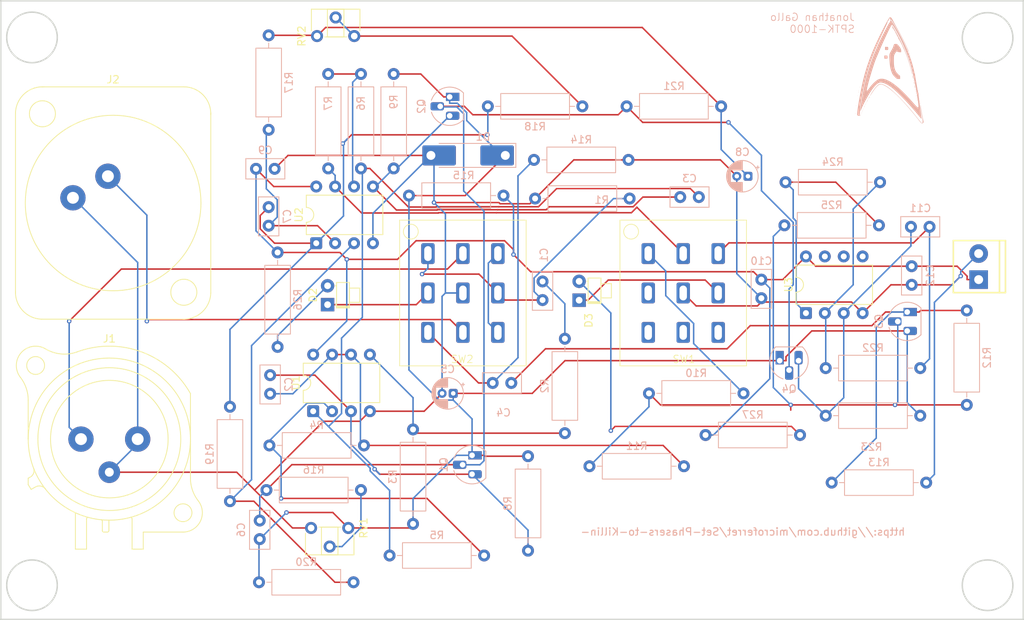
<source format=kicad_pcb>
(kicad_pcb (version 20241229) (generator "pcbnew") (generator_version "9.0")
  (layers (0 "F.Cu" signal) (2 "B.Cu" signal) (13 "F.Paste" user) (15 "B.Paste" user) (5 "F.SilkS" user "F.Silkscreen") (7 "B.SilkS" user "B.Silkscreen") (1 "F.Mask" user) (3 "B.Mask" user) (25 "Edge.Cuts" user))
  (net 0 "")
  (net 1 "PHASER_IN")
  (net 2 "Net-(C1-Pad2)")
  (net 3 "Net-(U1B--)")
  (net 4 "Net-(Q1-S)")
  (net 5 "Net-(Q2-S)")
  (net 6 "Net-(C3-Pad1)")
  (net 7 "Net-(Q3-C)")
  (net 8 "PHASER_OUT")
  (net 9 "GND")
  (net 10 "vref")
  (net 11 "LFO")
  (net 12 "Net-(C7-Pad2)")
  (net 13 "Net-(U2A--)")
  (net 14 "Net-(C8-Pad1)")
  (net 15 "+9V")
  (net 16 "Net-(Q4-S)")
  (net 17 "Stage3")
  (net 18 "Net-(D2-A)")
  (net 19 "Net-(D2-K)")
  (net 20 "Net-(J1-Pad2)")
  (net 21 "Net-(J2-Pad1+)")
  (net 22 "3OUT")
  (net 23 "Net-(U1B-+)")
  (net 24 "Net-(U1A--)")
  (net 25 "Net-(U2B--)")
  (net 26 "Net-(R16-Pad1)")
  (net 27 "Net-(R18-Pad2)")
  (net 28 "Net-(U2A-+)")
  (net 29 "Net-(U3A--)")
  (net 30 "Net-(R24-Pad2)")
  (net 31 "Net-(SW2-Pad3)")
  (net 32 "Net-(D3-A)")
  (net 33 "Net-(D3-K)")
  (net 34 "Net-(R7-Pad2)")
  (net 35 "Net-(R10-Pad1)")
  (footprint "SparkFun-Connector:ScrewTerminal_1x02_P3.5mm_Horizontal_Black" (layer "F.Cu") (at 149.6 144.5 90)
    (property "Reference" "J3")
    (property "Value" "Screw_Terminal_01x02")
  )
  (footprint "SparkFun-Switch:Switch-3PDT" (layer "F.Cu") (at 109.9 146.3 -90)
    (property "Reference" "SW1")
    (property "Value" "~")
  )
  (footprint "LED_THT:LED_D1.8mm_W1.8mm_H2.4mm_Horizontal_O1.27mm_Z1.6mm" (layer "F.Cu") (at 95.915 147.27 90)
    (property "Reference" "D3")
    (property "Value" "LED")
  )
  (footprint "Potentiometer_THT:Potentiometer_ACP_CA6-H2,5_Horizontal" (layer "F.Cu") (at 60.7 111.75 90)
    (property "Reference" "RV2")
    (property "Value" "C500K")
  )
  (footprint "Package_DIP:DIP-8_W7.62mm" (layer "F.Cu") (at 60.18 162.2 90)
    (property "Reference" "U1")
    (property "Value" "TL072")
  )
  (footprint "LED_THT:LED_D1.8mm_W1.8mm_H2.4mm_Horizontal_O1.27mm_Z1.6mm" (layer "F.Cu") (at 62.115 147.87 90)
    (property "Reference" "D2")
    (property "Value" "LED")
  )
  (footprint "Package_DIP:DIP-8_W7.62mm" (layer "F.Cu") (at 126.39 149.005 90)
    (property "Reference" "U3")
    (property "Value" "TL072")
  )
  (footprint "SparkFun-Switch:Switch-3PDT" (layer "F.Cu") (at 80.3 146.3 -90)
    (property "Reference" "SW2")
    (property "Value" "~")
  )
  (footprint "Connector_Audio:Jack_XLR_Neutrik_NC3FAAV_Vertical" (layer "F.Cu") (at 36.6 165.95)
    (property "Reference" "J1")
    (property "Value" "NC3FAAV")
  )
  (footprint "Package_DIP:DIP-8_W7.62mm" (layer "F.Cu") (at 60.59 139.605 90)
    (property "Reference" "U2")
    (property "Value" "TL072")
  )
  (footprint "Potentiometer_THT:Potentiometer_ACP_CA6-H2,5_Horizontal" (layer "F.Cu") (at 64.9 177.9 -90)
    (property "Reference" "RV1")
    (property "Value" "B100K")
  )
  (footprint "Connector_Audio:Jack_speakON_Neutrik_NL2MDXX-V_Vertical" (layer "F.Cu") (at 32.6 130.6)
    (property "Reference" "J2")
    (property "Value" "NL2MDXX-V")
  )
  (footprint "Resistor_THT:R_Axial_DIN0309_L9.0mm_D3.2mm_P12.70mm_Horizontal" (layer "B.Cu") (at 102.55 128.4 180)
    (property "Reference" "R14")
    (property "Value" "150k")
  )
  (footprint "Resistor_THT:R_Axial_DIN0309_L9.0mm_D3.2mm_P12.70mm_Horizontal" (layer "B.Cu") (at 66.6 129.55 90)
    (property "Reference" "R6")
    (property "Value" "10k")
  )
  (footprint "Resistor_THT:R_Axial_DIN0309_L9.0mm_D3.2mm_P12.70mm_Horizontal" (layer "B.Cu") (at 62.2 116.85 -90)
    (property "Reference" "R7")
    (property "Value" "10k")
  )
  (footprint "Package_TO_SOT_THT:TO-92L_HandSolder" (layer "B.Cu") (at 78.52 119.93 -90)
    (property "Reference" "Q2")
    (property "Value" "NJFET")
  )
  (footprint "Resistor_THT:R_Axial_DIN0309_L9.0mm_D3.2mm_P12.70mm_Horizontal" (layer "B.Cu") (at 142.55 171.8 180)
    (property "Reference" "R13")
    (property "Value" "47k")
  )
  (footprint "Resistor_THT:R_Axial_DIN0309_L9.0mm_D3.2mm_P12.70mm_Horizontal" (layer "B.Cu") (at 85.75 133.2 180)
    (property "Reference" "R15")
    (property "Value" "10k")
  )
  (footprint "Resistor_THT:R_Axial_DIN0309_L9.0mm_D3.2mm_P12.70mm_Horizontal" (layer "B.Cu") (at 66.6 172.8 180)
    (property "Reference" "R16")
    (property "Value" "1M")
  )
  (footprint "Resistor_THT:R_Axial_DIN0309_L9.0mm_D3.2mm_P12.70mm_Horizontal" (layer "B.Cu") (at 125.6 165.4 180)
    (property "Reference" "R27")
    (property "Value" "220")
  )
  (footprint "Capacitor_THT:C_Disc_D5.0mm_W2.5mm_P2.50mm" (layer "B.Cu") (at 54.4 159.85 90)
    (property "Reference" "C2")
    (property "Value" "47n")
  )
  (footprint "Resistor_THT:R_Axial_DIN0309_L9.0mm_D3.2mm_P12.70mm_Horizontal" (layer "B.Cu") (at 54.2 124.35 90)
    (property "Reference" "R17")
    (property "Value" "150k")
  )
  (footprint "Resistor_THT:R_Axial_DIN0309_L9.0mm_D3.2mm_P12.70mm_Horizontal" (layer "B.Cu") (at 55.4 153.55 90)
    (property "Reference" "R26")
    (property "Value" "220")
  )
  (footprint "Capacitor_THT:C_Disc_D5.0mm_W2.5mm_P2.50mm" (layer "B.Cu") (at 140.6 145.2 90)
    (property "Reference" "C12")
    (property "Value" "100n")
  )
  (footprint "Capacitor_THT:C_Disc_D5.0mm_W2.5mm_P2.50mm" (layer "B.Cu") (at 53 176.9 -90)
    (property "Reference" "C6")
    (property "Value" "47n")
  )
  (footprint "Resistor_THT:R_Axial_DIN0309_L9.0mm_D3.2mm_P12.70mm_Horizontal" (layer "B.Cu") (at 71 116.85 -90)
    (property "Reference" "R9")
    (property "Value" "10k")
  )
  (footprint "Capacitor_THT:C_Disc_D5.0mm_W2.5mm_P2.50mm" (layer "B.Cu") (at 91 147.25 90)
    (property "Reference" "C1")
    (property "Value" "10n")
  )
  (footprint "Resistor_THT:R_Axial_DIN0309_L9.0mm_D3.2mm_P12.70mm_Horizontal" (layer "B.Cu") (at 136.2 137.2 180)
    (property "Reference" "R25")
    (property "Value" "150k")
  )
  (footprint "Diode_SMD:D_MELF-RM10_Universal_Handsoldering" (layer "B.Cu") (at 81 127.8 180)
    (property "Reference" "D1")
    (property "Value" "5.1V")
  )
  (footprint "Capacitor_THT:C_Disc_D5.0mm_W2.5mm_P2.50mm" (layer "B.Cu") (at 143 137.4 180)
    (property "Reference" "C11")
    (property "Value" "47n")
  )
  (footprint "Capacitor_THT:C_Disc_D5.0mm_W2.5mm_P2.50mm" (layer "B.Cu") (at 55 129.6 180)
    (property "Reference" "C9")
    (property "Value" "100n")
  )
  (footprint "Capacitor_THT:CP_Radial_D4.0mm_P1.50mm" (layer "B.Cu") (at 118.6 130.6 180)
    (property "Reference" "C8")
    (property "Value" "10uF")
  )
  (footprint "Graphics:basstreknew" (layer "B.Cu") (at 137.6 116.4 180)
    (property "Reference" "G***" (hide yes))
    (property "Value" "LOGO" (hide yes))
  )
  (footprint "Resistor_THT:R_Axial_DIN0309_L9.0mm_D3.2mm_P12.70mm_Horizontal" (layer "B.Cu") (at 83.65 121.2)
    (property "Reference" "R18")
    (property "Value" "10k")
  )
  (footprint "Resistor_THT:R_Axial_DIN0309_L9.0mm_D3.2mm_P12.70mm_Horizontal" (layer "B.Cu") (at 89.05 168.25 -90)
    (property "Reference" "R8")
    (property "Value" "10k")
  )
  (footprint "Capacitor_THT:CP_Radial_D4.0mm_P1.50mm" (layer "B.Cu") (at 79 159.8 180)
    (property "Reference" "C5")
    (property "Value" "47uF")
  )
  (footprint "Capacitor_THT:C_Disc_D5.0mm_W2.5mm_P2.50mm" (layer "B.Cu") (at 120.4 147 90)
    (property "Reference" "C10")
    (property "Value" "100n")
  )
  (footprint "Resistor_THT:R_Axial_DIN0309_L9.0mm_D3.2mm_P12.70mm_Horizontal" (layer "B.Cu") (at 83.15 181.6 180)
    (property "Reference" "R5")
    (property "Value" "10k")
  )
  (footprint "Capacitor_THT:C_Disc_D5.0mm_W2.5mm_P2.50mm" (layer "B.Cu") (at 54.2 137.25 90)
    (property "Reference" "C7")
    (property "Value" "10n")
  )
  (footprint "Resistor_THT:R_Axial_DIN0309_L9.0mm_D3.2mm_P12.70mm_Horizontal" (layer "B.Cu") (at 110 169.6 180)
    (property "Reference" "R11")
    (property "Value" "150k")
  )
  (footprint "Resistor_THT:R_Axial_DIN0309_L9.0mm_D3.2mm_P12.70mm_Horizontal" (layer "B.Cu") (at 118 159.8 180)
    (property "Reference" "R10")
    (property "Value" "150k")
  )
  (footprint "Resistor_THT:R_Axial_DIN0309_L9.0mm_D3.2mm_P12.70mm_Horizontal" (layer "B.Cu") (at 65.6 185.2 180)
    (property "Reference" "R20")
    (property "Value" "150k")
  )
  (footprint "Resistor_THT:R_Axial_DIN0309_L9.0mm_D3.2mm_P12.70mm_Horizontal" (layer "B.Cu") (at 94 152.45 -90)
    (property "Reference" "R2")
    (property "Value" "10k")
  )
  (footprint "Resistor_THT:R_Axial_DIN0309_L9.0mm_D3.2mm_P12.70mm_Horizontal" (layer "B.Cu") (at 115 121.2 180)
    (property "Reference" "R21")
    (property "Value" "3M")
  )
  (footprint "Capacitor_THT:C_Disc_D5.0mm_W2.5mm_P2.50mm" (layer "B.Cu") (at 112 133.4 180)
    (property "Reference" "C3")
    (property "Value" "47n")
  )
  (footprint "Resistor_THT:R_Axial_DIN0309_L9.0mm_D3.2mm_P12.70mm_Horizontal" (layer "B.Cu") (at 141.75 156.4 180)
    (property "Reference" "R22")
    (property "Value" "10k")
  )
  (footprint "Package_TO_SOT_THT:TO-92L_HandSolder" (layer "B.Cu") (at 81.53 168.13 -90)
    (property "Reference" "Q1")
    (property "Value" "NJFET")
  )
  (footprint "Resistor_THT:R_Axial_DIN0309_L9.0mm_D3.2mm_P12.70mm_Horizontal" (layer "B.Cu") (at 67 166.8 180)
    (property "Reference" "R4")
    (property "Value" "10k")
  )
  (footprint "Resistor_THT:R_Axial_DIN0309_L9.0mm_D3.2mm_P12.70mm_Horizontal" (layer "B.Cu") (at 49 161.6 -90)
    (property "Reference" "R19")
    (property "Value" "470k")
  )
  (footprint "Resistor_THT:R_Axial_DIN0309_L9.0mm_D3.2mm_P12.70mm_Horizontal" (layer "B.Cu") (at 136.35 131.4 180)
    (property "Reference" "R24")
    (property "Value" "10k")
  )
  (footprint "Capacitor_THT:C_Disc_D5.0mm_W2.5mm_P2.50mm" (layer "B.Cu") (at 86.8 158.4 180)
    (property "Reference" "C4")
    (property "Value" "47n")
  )
  (footprint "Resistor_THT:R_Axial_DIN0309_L9.0mm_D3.2mm_P12.70mm_Horizontal" (layer "B.Cu") (at 102.7 133.6 180)
    (property "Reference" "R1")
    (property "Value" "2.2M")
  )
  (footprint "Package_TO_SOT_THT:TO-92L_HandSolder" (layer "B.Cu") (at 122.86 155.4)
    (property "Reference" "Q4")
    (property "Value" "NJFET")
  )
  (footprint "Resistor_THT:R_Axial_DIN0309_L9.0mm_D3.2mm_P12.70mm_Horizontal" (layer "B.Cu") (at 141.75 162.8 180)
    (property "Reference" "R23")
    (property "Value" "10k")
  )
  (footprint "Resistor_THT:R_Axial_DIN0309_L9.0mm_D3.2mm_P12.70mm_Horizontal" (layer "B.Cu") (at 73.6 164.65 -90)
    (property "Reference" "R3")
    (property "Value" "2.2M")
  )
  (footprint "Resistor_THT:R_Axial_DIN0309_L9.0mm_D3.2mm_P12.70mm_Horizontal" (layer "B.Cu") (at 148 161.35 90)
    (property "Reference" "R12")
    (property "Value" "150k")
  )
  (footprint "Package_TO_SOT_THT:TO-92L_HandSolder" (layer "B.Cu") (at 140 148.86 -90)
    (property "Reference" "Q3")
    (property "Value" "PNP")
  )
  (gr_rect (start 18.2 107) (end 155.6 190.2) (stroke (width 0.2)) (fill no) (layer "Edge.Cuts"))
  (gr_circle (center 22.4 111.931365) (end 25.8 111.931365) (stroke (width 0.2)) (fill no) (layer "Edge.Cuts"))
  (gr_circle (center 150.8 112) (end 154.2 112) (stroke (width 0.2)) (fill no) (layer "Edge.Cuts"))
  (gr_circle (center 150.8 185.6) (end 154.2 185.6) (stroke (width 0.2)) (fill no) (layer "Edge.Cuts"))
  (gr_circle (center 22.4 185.6) (end 25.8 185.6) (stroke (width 0.2)) (fill no) (layer "Edge.Cuts"))
  (gr_text "https://github.com/microferret/Set-Phasers-to-Killin-" (at 139.8 179 -0) (layer "B.SilkS") (effects (font (size 1 1)) (justify left bottom mirror)))
  (gr_text "Jonathan Gallo\nSPTK-1000" (at 133.021432 111.4 -0) (layer "B.SilkS") (effects (font (size 1 1) (thickness 0.1)) (justify left bottom mirror)))
  (segment (start 74.8087 143.7631) (end 82.4631 143.7631) (width 0.2) (layer "F.Cu") (net 1))
  (segment (start 82.4631 143.7631) (end 85 146.3) (width 0.2) (layer "F.Cu") (net 1))
  (segment (start 91 147.25) (end 85.95 147.25) (width 0.2) (layer "F.Cu") (net 1))
  (segment (start 85.95 147.25) (end 85 146.3) (width 0.2) (layer "F.Cu") (net 1))
  (via (at 74.8087 143.7631) (size 0.6) (drill 0.3) (layers "F.Cu" "B.Cu") (net 1))
  (segment (start 100.546 133.6) (end 89.8627 144.2833) (width 0.2) (layer "B.Cu") (net 1))
  (segment (start 89.8627 144.2833) (end 89.8627 146.1127) (width 0.2) (layer "B.Cu") (net 1))
  (segment (start 89.8627 146.1127) (end 91 147.25) (width 0.2) (layer "B.Cu") (net 1))
  (segment (start 75.6 142.9718) (end 74.8087 143.7631) (width 0.2) (layer "B.Cu") (net 1))
  (segment (start 102.7 133.6) (end 100.546 133.6) (width 0.2) (layer "B.Cu") (net 1))
  (segment (start 75.6 141) (end 75.6 142.9718) (width 0.2) (layer "B.Cu") (net 1))
  (segment (start 94 152.45) (end 94 147.75) (width 0.2) (layer "B.Cu") (net 2))
  (segment (start 94 147.75) (end 91 144.75) (width 0.2) (layer "B.Cu") (net 2))
  (segment (start 67 166.8) (end 107.2 166.8) (width 0.2) (layer "F.Cu") (net 3))
  (segment (start 65.26 154.58) (end 62.72 154.58) (width 0.2) (layer "F.Cu") (net 3))
  (segment (start 107.2 166.8) (end 110 169.6) (width 0.2) (layer "F.Cu") (net 3))
  (segment (start 66.53 166.33) (end 66.53 155.85) (width 0.2) (layer "B.Cu") (net 3))
  (segment (start 67 166.8) (end 66.53 166.33) (width 0.2) (layer "B.Cu") (net 3))
  (segment (start 57.45 159.85) (end 62.72 154.58) (width 0.2) (layer "B.Cu") (net 3))
  (segment (start 66.53 155.85) (end 65.26 154.58) (width 0.2) (layer "B.Cu") (net 3))
  (segment (start 54.4 159.85) (end 57.45 159.85) (width 0.2) (layer "B.Cu") (net 3))
  (segment (start 69.1177 170.67) (end 81.53 170.67) (width 0.2) (layer "F.Cu") (net 4))
  (segment (start 68.4373 169.9896) (end 69.1177 170.67) (width 0.2) (layer "F.Cu") (net 4))
  (segment (start 69.1177 170.67) (end 68.4373 169.9896) (width 0.2) (layer "F.Cu") (net 4))
  (segment (start 60.41 157.35) (end 65.26 162.2) (width 0.2) (layer "F.Cu") (net 4))
  (segment (start 68.4373 169.9896) (end 69.1177 170.67) (width 0.2) (layer "F.Cu") (net 4))
  (segment (start 54.4 157.35) (end 60.41 157.35) (width 0.2) (layer "F.Cu") (net 4))
  (via (at 68.4373 169.9896) (size 0.6) (drill 0.3) (layers "F.Cu" "B.Cu") (net 4))
  (segment (start 65.26 162.2) (end 65.26 166.6649) (width 0.2) (layer "B.Cu") (net 4))
  (segment (start 65.26 166.6649) (end 68.4373 169.8422) (width 0.2) (layer "B.Cu") (net 4))
  (segment (start 89.05 178.19) (end 89.05 180.95) (width 0.2) (layer "B.Cu") (net 4))
  (segment (start 68.4373 169.8422) (end 68.4373 169.9896) (width 0.2) (layer "B.Cu") (net 4))
  (segment (start 81.53 170.67) (end 89.05 178.19) (width 0.2) (layer "B.Cu") (net 4))
  (segment (start 68.4373 169.9896) (end 69.1177 170.67) (width 0.2) (layer "B.Cu") (net 4))
  (segment (start 69.1177 170.67) (end 68.4373 169.9896) (width 0.2) (layer "B.Cu") (net 4))
  (segment (start 76.8687 135.1036) (end 84.9596 135.1036) (width 0.2) (layer "F.Cu") (net 5))
  (segment (start 84.9611 135.1051) (end 91.4987 135.1051) (width 0.2) (layer "F.Cu") (net 5))
  (segment (start 84.9596 135.1036) (end 84.9611 135.1051) (width 0.2) (layer "F.Cu") (net 5))
  (segment (start 68.21 131.985) (end 71.364 135.139) (width 0.2) (layer "F.Cu") (net 5))
  (segment (start 103.1778 134.7034) (end 104.4812 133.4) (width 0.2) (layer "F.Cu") (net 5))
  (segment (start 91.9004 134.7034) (end 103.1778 134.7034) (width 0.2) (layer "F.Cu") (net 5))
  (segment (start 76.8333 135.139) (end 76.8687 135.1036) (width 0.2) (layer "F.Cu") (net 5))
  (segment (start 71.364 135.139) (end 76.8333 135.139) (width 0.2) (layer "F.Cu") (net 5))
  (segment (start 91.4987 135.1051) (end 91.9004 134.7034) (width 0.2) (layer "F.Cu") (net 5))
  (segment (start 104.4812 133.4) (end 109.5 133.4) (width 0.2) (layer "F.Cu") (net 5))
  (segment (start 68.21 131.985) (end 68.565 131.985) (width 0.2) (layer "B.Cu") (net 5))
  (segment (start 78.52 122.47) (end 71.44 129.55) (width 0.2) (layer "B.Cu") (net 5))
  (segment (start 71.44 129.55) (end 71 129.55) (width 0.2) (layer "B.Cu") (net 5))
  (segment (start 68.565 131.985) (end 71 129.55) (width 0.2) (layer "B.Cu") (net 5))
  (segment (start 110.8595 132.2595) (end 92.8987 132.2595) (width 0.2) (layer "F.Cu") (net 6))
  (segment (start 76.667 134.7373) (end 72.981 134.7373) (width 0.2) (layer "F.Cu") (net 6))
  (segment (start 67.7937 129.55) (end 66.6 129.55) (width 0.2) (layer "F.Cu") (net 6))
  (segment (start 72.981 134.7373) (end 67.7937 129.55) (width 0.2) (layer "F.Cu") (net 6))
  (segment (start 76.7024 134.7019) (end 76.667 134.7373) (width 0.2) (layer "F.Cu") (net 6))
  (segment (start 90.4548 134.7034) (end 85.1274 134.7034) (width 0.2) (layer "F.Cu") (net 6))
  (segment (start 92.8987 132.2595) (end 90.4548 134.7034) (width 0.2) (layer "F.Cu") (net 6))
  (segment (start 85.1259 134.7019) (end 76.7024 134.7019) (width 0.2) (layer "F.Cu") (net 6))
  (segment (start 85.1274 134.7034) (end 85.1259 134.7019) (width 0.2) (layer "F.Cu") (net 6))
  (segment (start 112 133.4) (end 110.8595 132.2595) (width 0.2) (layer "F.Cu") (net 6))
  (segment (start 70.45 172.8531) (end 70.45 181.6) (width 0.2) (layer "B.Cu") (net 6))
  (segment (start 65.8934 167.9134) (end 65.8934 167.9155) (width 0.2) (layer "B.Cu") (net 6))
  (segment (start 62.2381 164.258) (end 65.8934 167.9134) (width 0.2) (layer "B.Cu") (net 6))
  (segment (start 67.8356 169.8577) (end 67.8356 170.2387) (width 0.2) (layer "B.Cu") (net 6))
  (segment (start 67.8356 170.2387) (end 70.45 172.8531) (width 0.2) (layer "B.Cu") (net 6))
  (segment (start 65.8934 167.9155) (end 67.8356 169.8577) (width 0.2) (layer "B.Cu") (net 6))
  (segment (start 63.99 162.5061) (end 62.2381 164.258) (width 0.2) (layer "B.Cu") (net 6))
  (segment (start 66.7912 129.7412) (end 66.7912 149.5744) (width 0.2) (layer "B.Cu") (net 6))
  (segment (start 62.2381 164.258) (end 60.18 162.2) (width 0.2) (layer "B.Cu") (net 6))
  (segment (start 66.6 129.55) (end 66.7912 129.7412) (width 0.2) (layer "B.Cu") (net 6))
  (segment (start 63.99 152.3756) (end 63.99 162.5061) (width 0.2) (layer "B.Cu") (net 6))
  (segment (start 66.7912 149.5744) (end 63.99 152.3756) (width 0.2) (layer "B.Cu") (net 6))
  (segment (start 137.0838 148.86) (end 140 148.86) (width 0.2) (layer "F.Cu") (net 7))
  (segment (start 140 148.86) (end 141.6017 148.86) (width 0.2) (layer "F.Cu") (net 7))
  (segment (start 148 148.65) (end 141.8117 148.65) (width 0.2) (layer "F.Cu") (net 7))
  (segment (start 91.4002 153.7998) (end 115.8012 153.7998) (width 0.2) (layer "F.Cu") (net 7))
  (segment (start 118.907 150.694) (end 135.2498 150.694) (width 0.2) (layer "F.Cu") (net 7))
  (segment (start 115.8012 153.7998) (end 118.907 150.694) (width 0.2) (layer "F.Cu") (net 7))
  (segment (start 141.8117 148.65) (end 141.6017 148.86) (width 0.2) (layer "F.Cu") (net 7))
  (segment (start 86.8 158.4) (end 91.4002 153.7998) (width 0.2) (layer "F.Cu") (net 7))
  (segment (start 135.2498 150.694) (end 137.0838 148.86) (width 0.2) (layer "F.Cu") (net 7))
  (segment (start 129.85 171.8) (end 135.8397 165.8103) (width 0.2) (layer "B.Cu") (net 7))
  (segment (start 135.8397 150.8971) (end 137.8768 148.86) (width 0.2) (layer "B.Cu") (net 7))
  (segment (start 135.8397 165.8103) (end 135.8397 150.8971) (width 0.2) (layer "B.Cu") (net 7))
  (segment (start 137.8768 148.86) (end 140 148.86) (width 0.2) (layer "B.Cu") (net 7))
  (segment (start 82.4 158.4) (end 84.3 158.4) (width 0.2) (layer "F.Cu") (net 8))
  (segment (start 75.6 151.6) (end 82.4 158.4) (width 0.2) (layer "F.Cu") (net 8))
  (segment (start 87.7007 130.5493) (end 89.85 128.4) (width 0.2) (layer "B.Cu") (net 8))
  (segment (start 87.7007 154.9993) (end 87.7007 130.5493) (width 0.2) (layer "B.Cu") (net 8))
  (segment (start 84.3 158.4) (end 87.7007 154.9993) (width 0.2) (layer "B.Cu") (net 8))
  (segment (start 146.0151 145.2) (end 140.6 145.2) (width 0.2) (layer "F.Cu") (net 9))
  (segment (start 55 129.6) (end 56.8 127.8) (width 0.2) (layer "F.Cu") (net 9))
  (segment (start 66.4502 163.5498) (end 67.8 162.2) (width 0.2) (layer "F.Cu") (net 9))
  (segment (start 95.2 128.4) (end 102.55 128.4) (width 0.2) (layer "F.Cu") (net 9))
  (segment (start 75.1 162.2) (end 77.5 159.8) (width 0.2) (layer "F.Cu") (net 9))
  (segment (start 120.4 147) (end 120.4 147.5179) (width 0.2) (layer "F.Cu") (net 9))
  (segment (start 120.4 147.5179) (end 132.5229 147.5179) (width 0.2) (layer "F.Cu") (net 9))
  (segment (start 114.9 128.4) (end 117.1 130.6) (width 0.2) (layer "F.Cu") (net 9))
  (segment (start 32.79 170.4) (end 49.903 170.4) (width 0.2) (layer "F.Cu") (net 9))
  (segment (start 85.2937 134.3017) (end 89.2983 134.3017) (width 0.2) (layer "F.Cu") (net 9))
  (segment (start 132.5229 147.5179) (end 134.01 149.005) (width 0.2) (layer "F.Cu") (net 9))
  (segment (start 147.187 144.0281) (end 146.0151 145.2) (width 0.2) (layer "F.Cu") (net 9))
  (segment (start 111.6359 148.0359) (end 109.9 146.3) (width 0.2) (layer "F.Cu") (net 9))
  (segment (start 85.1277 134.1357) (end 85.2937 134.3017) (width 0.2) (layer "F.Cu") (net 9))
  (segment (start 56.8 127.8) (end 76 127.8) (width 0.2) (layer "F.Cu") (net 9))
  (segment (start 61.5698 163.5498) (end 66.4502 163.5498) (width 0.2) (layer "F.Cu") (net 9))
  (segment (start 89.2983 134.3017) (end 90 133.6) (width 0.2) (layer "F.Cu") (net 9))
  (segment (start 120.4 147.5179) (end 119.882 148.0359) (width 0.2) (layer "F.Cu") (net 9))
  (segment (start 102.55 128.4) (end 114.9 128.4) (width 0.2) (layer "F.Cu") (net 9))
  (segment (start 137.815 145.2) (end 140.6 145.2) (width 0.2) (layer "F.Cu") (net 9))
  (segment (start 134.01 149.005) (end 137.815 145.2) (width 0.2) (layer "F.Cu") (net 9))
  (segment (start 49.903 170.4) (end 52.3113 172.8083) (width 0.2) (layer "F.Cu") (net 9))
  (segment (start 119.882 148.0359) (end 111.6359 148.0359) (width 0.2) (layer "F.Cu") (net 9))
  (segment (start 57.403 177.9) (end 59.9 177.9) (width 0.2) (layer "F.Cu") (net 9))
  (segment (start 67.8 162.2) (end 75.1 162.2) (width 0.2) (layer "F.Cu") (net 9))
  (segment (start 52.3113 172.8083) (end 57.403 177.9) (width 0.2) (layer "F.Cu") (net 9))
  (segment (start 52.3113 172.8083) (end 61.5698 163.5498) (width 0.2) (layer "F.Cu") (net 9))
  (segment (start 76.4162 134.1356) (end 76.4162 134.1357) (width 0.2) (layer "F.Cu") (net 9))
  (segment (start 90 133.6) (end 95.2 128.4) (width 0.2) (layer "F.Cu") (net 9))
  (segment (start 76.4162 134.1357) (end 85.1277 134.1357) (width 0.2) (layer "F.Cu") (net 9))
  (via (at 76.4162 134.1356) (size 0.6) (drill 0.3) (layers "F.Cu" "B.Cu") (net 9))
  (via (at 147.187 144.0281) (size 0.6) (drill 0.3) (layers "F.Cu" "B.Cu") (net 9))
  (segment (start 76.4162 134.1356) (end 76.4162 128.2162) (width 0.2) (layer "B.Cu") (net 9))
  (segment (start 77.95 135.6694) (end 76.4162 134.1356) (width 0.2) (layer "B.Cu") (net 9))
  (segment (start 149.6 141) (end 147.187 143.413) (width 0.2) (layer "B.Cu") (net 9))
  (segment (start 117.1 130.6) (end 117.1 143.7) (width 0.2) (layer "B.Cu") (net 9))
  (segment (start 147.187 144.0281) (end 143.6557 147.5594) (width 0.2) (layer "B.Cu") (net 9))
  (segment (start 143.6557 147.5594) (end 143.6557 170.6943) (width 0.2) (layer "B.Cu") (net 9))
  (segment (start 147.187 143.413) (end 147.187 144.0281) (width 0.2) (layer "B.Cu") (net 9))
  (segment (start 36.6 142.2) (end 36.6 165.95) (width 0.2) (layer "B.Cu") (net 9))
  (segment (start 77.95 146.3) (end 77.95 135.6694) (width 0.2) (layer "B.Cu") (net 9))
  (segment (start 68.21 135.59) (end 76 127.8) (width 0.2) (layer "B.Cu") (net 9))
  (segment (start 36.6 166.59) (end 36.6 165.95) (width 0.2) (layer "B.Cu") (net 9))
  (segment (start 77.5 146.75) (end 77.95 146.3) (width 0.2) (layer "B.Cu") (net 9))
  (segment (start 32.79 170.4) (end 36.6 166.59) (width 0.2) (layer "B.Cu") (net 9))
  (segment (start 77.5 159.8) (end 77.5 146.75) (width 0.2) (layer "B.Cu") (net 9))
  (segment (start 76.4162 128.2162) (end 76 127.8) (width 0.2) (layer "B.Cu") (net 9))
  (segment (start 27.9 133.5) (end 36.6 142.2) (width 0.2) (layer "B.Cu") (net 9))
  (segment (start 77.95 146.3) (end 80.3 146.3) (width 0.2) (layer "B.Cu") (net 9))
  (segment (start 143.6557 170.6943) (end 142.55 171.8) (width 0.2) (layer "B.Cu") (net 9))
  (segment (start 117.1 143.7) (end 120.4 147) (width 0.2) (layer "B.Cu") (net 9))
  (segment (start 68.21 139.605) (end 68.21 135.59) (width 0.2) (layer "B.Cu") (net 9))
  (segment (start 62.8204 175.8204) (end 64.9 177.9) (width 0.2) (layer "F.Cu") (net 10))
  (segment (start 56.5949 175.8204) (end 56.5796 175.8204) (width 0.2) (layer "F.Cu") (net 10))
  (segment (start 94.0165 155.4) (end 122.86 155.4) (width 0.2) (layer "F.Cu") (net 10))
  (segment (start 122.86 155.4) (end 123.7117 155.4) (width 0.2) (layer "F.Cu") (net 10))
  (segment (start 127.1794 151.4) (end 140 151.4) (width 0.2) (layer "F.Cu") (net 10))
  (segment (start 83.2517 168.25) (end 83.1317 168.13) (width 0.2) (layer "F.Cu") (net 10))
  (segment (start 86 127.8) (end 80.6 133.2) (width 0.2) (layer "F.Cu") (net 10))
  (segment (start 79 159.8) (end 89.6165 159.8) (width 0.2) (layer "F.Cu") (net 10))
  (segment (start 78.52 119.93) (end 77.7183 119.93) (width 0.2) (layer "F.Cu") (net 10))
  (segment (start 80.6 133.2) (end 73.05 133.2) (width 0.2) (layer "F.Cu") (net 10))
  (segment (start 123.7117 155.4) (end 123.7117 154.8677) (width 0.2) (layer "F.Cu") (net 10))
  (segment (start 81.53 168.13) (end 83.1317 168.13) (width 0.2) (layer "F.Cu") (net 10))
  (segment (start 89.05 168.25) (end 83.2517 168.25) (width 0.2) (layer "F.Cu") (net 10))
  (segment (start 74.6383 116.85) (end 71 116.85) (width 0.2) (layer "F.Cu") (net 10))
  (segment (start 56.5796 175.8204) (end 56.5949 175.8204) (width 0.2) (layer "F.Cu") (net 10))
  (segment (start 77.7183 119.93) (end 74.6383 116.85) (width 0.2) (layer "F.Cu") (net 10))
  (segment (start 56.5949 175.8204) (end 62.8204 175.8204) (width 0.2) (layer "F.Cu") (net 10))
  (segment (start 123.7117 154.8677) (end 127.1794 151.4) (width 0.2) (layer "F.Cu") (net 10))
  (segment (start 89.6165 159.8) (end 94.0165 155.4) (width 0.2) (layer "F.Cu") (net 10))
  (segment (start 64.9 177.9) (end 73.05 177.9) (width 0.2) (layer "F.Cu") (net 10))
  (segment (start 73.05 177.9) (end 73.6 177.35) (width 0.2) (layer "F.Cu") (net 10))
  (via (at 56.5949 175.8204) (size 0.6) (drill 0.3) (layers "F.Cu" "B.Cu") (net 10))
  (segment (start 86 127.8) (end 85.5036 127.8) (width 0.2) (layer "B.Cu") (net 10))
  (segment (start 140 151.4) (end 140 161.05) (width 0.2) (layer "B.Cu") (net 10))
  (segment (start 77.1011 160.7034) (end 73.05 156.6523) (width 0.2) (layer "B.Cu") (net 10))
  (segment (start 79.409 168.13) (end 81.53 168.13) (width 0.2) (layer "B.Cu") (net 10))
  (segment (start 56.5949 175.8204) (end 56.5796 175.8204) (width 0.2) (layer "B.Cu") (net 10))
  (segment (start 81.53 168.13) (end 81.53 163.2334) (width 0.2) (layer "B.Cu") (net 10))
  (segment (start 79 160.7034) (end 79 159.8) (width 0.2) (layer "B.Cu") (net 10))
  (segment (start 80.8023 122.0342) (end 79.5498 120.7817) (width 0.2) (layer "B.Cu") (net 10))
  (segment (start 140 161.05) (end 141.75 162.8) (width 0.2) (layer "B.Cu") (net 10))
  (segment (start 78.52 119.93) (end 78.52 120.7817) (width 0.2) (layer "B.Cu") (net 10))
  (segment (start 53 179.4) (end 56.5796 175.8204) (width 0.2) (layer "B.Cu") (net 10))
  (segment (start 73.6 173.939) (end 79.409 168.13) (width 0.2) (layer "B.Cu") (net 10))
  (segment (start 79 160.7034) (end 77.1011 160.7034) (width 0.2) (layer "B.Cu") (net 10))
  (segment (start 56.5796 175.8204) (end 56.5949 175.8204) (width 0.2) (layer "B.Cu") (net 10))
  (segment (start 56.5796 175.8204) (end 56.5949 175.8204) (width 0.2) (layer "B.Cu") (net 10))
  (segment (start 53 179.4) (end 52.9 179.5) (width 0.2) (layer "B.Cu") (net 10))
  (segment (start 52.9 179.5) (end 52.9 185.2) (width 0.2) (layer "B.Cu") (net 10))
  (segment (start 73.05 156.6523) (end 73.05 133.2) (width 0.2) (layer "B.Cu") (net 10))
  (segment (start 79.5498 120.7817) (end 78.52 120.7817) (width 0.2) (layer "B.Cu") (net 10))
  (segment (start 81.53 163.2334) (end 79 160.7034) (width 0.2) (layer "B.Cu") (net 10))
  (segment (start 73.6 177.35) (end 73.6 173.939) (width 0.2) (layer "B.Cu") (net 10))
  (segment (start 85.5036 127.8) (end 80.8023 123.0987) (width 0.2) (layer "B.Cu") (net 10))
  (segment (start 80.8023 123.0987) (end 80.8023 122.0342) (width 0.2) (layer "B.Cu") (net 10))
  (segment (start 80.2479 169.3879) (end 57.3121 169.3879) (width 0.2) (layer "F.Cu") (net 11))
  (segment (start 57.3121 169.3879) (end 53.9 172.8) (width 0.2) (layer "F.Cu") (net 11))
  (segment (start 104.4562 123.3562) (end 102.3 121.2) (width 0.2) (layer "F.Cu") (net 11))
  (segment (start 80.499 121.2) (end 81.6318 122.3328) (width 0.2) (layer "F.Cu") (net 11))
  (segment (start 115.9791 123.3562) (end 104.4562 123.3562) (width 0.2) (layer "F.Cu") (net 11))
  (segment (start 77.25 121.2) (end 80.499 121.2) (width 0.2) (layer "F.Cu") (net 11))
  (segment (start 80.26 169.4) (end 80.2479 169.3879) (width 0.2) (layer "F.Cu") (net 11))
  (segment (start 101.1672 122.3328) (end 102.3 121.2) (width 0.2) (layer "F.Cu") (net 11))
  (segment (start 81.6318 122.3328) (end 101.1672 122.3328) (width 0.2) (layer "F.Cu") (net 11))
  (via (at 115.9791 123.3562) (size 0.6) (drill 0.3) (layers "F.Cu" "B.Cu") (net 11))
  (segment (start 124.6772 145.2) (end 124.6772 136.8022) (width 0.2) (layer "B.Cu") (net 11))
  (segment (start 120.4163 132.5413) (end 120.4163 127.7934) (width 0.2) (layer "B.Cu") (net 11))
  (segment (start 83.1317 168.8609) (end 82.5926 169.4) (width 0.2) (layer "B.Cu") (net 11))
  (segment (start 79.4826 121.2825) (end 80.4006 122.2005) (width 0.2) (layer "B.Cu") (net 11))
  (segment (start 53.9 172.8) (end 53 173.7) (width 0.2) (layer "B.Cu") (net 11))
  (segment (start 80.4006 122.2005) (end 80.4006 132.5777) (width 0.2) (layer "B.Cu") (net 11))
  (segment (start 82.5926 169.4) (end 80.26 169.4) (width 0.2) (layer "B.Cu") (net 11))
  (segment (start 80.4006 132.5777) (end 83.1317 135.3088) (width 0.2) (layer "B.Cu") (net 11))
  (segment (start 77.3325 121.2825) (end 79.4826 121.2825) (width 0.2) (layer "B.Cu") (net 11))
  (segment (start 53 173.7) (end 53 176.9) (width 0.2) (layer "B.Cu") (net 11))
  (segment (start 83.1317 135.3088) (end 83.1317 168.8609) (width 0.2) (layer "B.Cu") (net 11))
  (segment (start 124.6772 136.8022) (end 120.4163 132.5413) (width 0.2) (layer "B.Cu") (net 11))
  (segment (start 120.4163 127.7934) (end 115.9791 123.3562) (width 0.2) (layer "B.Cu") (net 11))
  (segment (start 124.13 145.7472) (end 124.6772 145.2) (width 0.2) (layer "B.Cu") (net 11))
  (segment (start 124.13 156.67) (end 124.13 145.7472) (width 0.2) (layer "B.Cu") (net 11))
  (segment (start 77.25 121.2) (end 77.3325 121.2825) (width 0.2) (layer "B.Cu") (net 11))
  (segment (start 83.65 125.0317) (end 83.5861 125.0317) (width 0.2) (layer "F.Cu") (net 12))
  (segment (start 83.5861 125.0317) (end 83.65 125.0317) (width 0.2) (layer "F.Cu") (net 12))
  (segment (start 54.991 139.605) (end 53.0627 137.6767) (width 0.2) (layer "F.Cu") (net 12))
  (segment (start 65.3325 125.0317) (end 83.5861 125.0317) (width 0.2) (layer "F.Cu") (net 12))
  (segment (start 53.0627 135.8873) (end 54.2 134.75) (width 0.2) (layer "F.Cu") (net 12))
  (segment (start 60.59 139.605) (end 54.991 139.605) (width 0.2) (layer "F.Cu") (net 12))
  (segment (start 53.0627 137.6767) (end 53.0627 135.8873) (width 0.2) (layer "F.Cu") (net 12))
  (segment (start 64.8561 125.5081) (end 64.1589 126.2053) (width 0.2) (layer "F.Cu") (net 12))
  (segment (start 64.1589 126.2053) (end 65.3325 125.0317) (width 0.2) (layer "F.Cu") (net 12))
  (segment (start 64.1589 126.2053) (end 64.8561 125.5081) (width 0.2) (layer "F.Cu") (net 12))
  (via (at 64.1589 126.2053) (size 0.6) (drill 0.3) (layers "F.Cu" "B.Cu") (net 12))
  (via (at 83.5861 125.0317) (size 0.6) (drill 0.3) (layers "F.Cu" "B.Cu") (net 12))
  (segment (start 83.65 125.0317) (end 83.5861 125.0317) (width 0.2) (layer "B.Cu") (net 12))
  (segment (start 49 161.6) (end 49 151.195) (width 0.2) (layer "B.Cu") (net 12))
  (segment (start 60.59 139.605) (end 64.2546 135.9404) (width 0.2) (layer "B.Cu") (net 12))
  (segment (start 49 151.195) (end 60.59 139.605) (width 0.2) (layer "B.Cu") (net 12))
  (segment (start 64.2546 126.301) (end 64.1589 126.2053) (width 0.2) (layer "B.Cu") (net 12))
  (segment (start 83.5861 125.0317) (end 83.65 125.0317) (width 0.2) (layer "B.Cu") (net 12))
  (segment (start 64.2546 135.9404) (end 64.2546 126.301) (width 0.2) (layer "B.Cu") (net 12))
  (segment (start 83.5861 125.0317) (end 83.65 124.9678) (width 0.2) (layer "B.Cu") (net 12))
  (segment (start 83.65 124.9678) (end 83.65 121.2) (width 0.2) (layer "B.Cu") (net 12))
  (segment (start 64.8561 125.5081) (end 64.1589 126.2053) (width 0.2) (layer "B.Cu") (net 12))
  (segment (start 64.1589 126.2053) (end 64.8561 125.5081) (width 0.2) (layer "B.Cu") (net 12))
  (segment (start 60.775 137.25) (end 63.13 139.605) (width 0.2) (layer "F.Cu") (net 13))
  (segment (start 54.2 137.25) (end 60.775 137.25) (width 0.2) (layer "F.Cu") (net 13))
  (segment (start 55.35 136.1) (end 54.2 137.25) (width 0.2) (layer "B.Cu") (net 13))
  (segment (start 54.2 124.35) (end 53.8832 124.6668) (width 0.2) (layer "B.Cu") (net 13))
  (segment (start 55.35 133.7528) (end 55.35 136.1) (width 0.2) (layer "B.Cu") (net 13))
  (segment (start 53.8832 132.286) (end 55.35 133.7528) (width 0.2) (layer "B.Cu") (net 13))
  (segment (start 53.8832 124.6668) (end 53.8832 132.286) (width 0.2) (layer "B.Cu") (net 13))
  (segment (start 61.8552 110.5948) (end 104.3948 110.5948) (width 0.2) (layer "F.Cu") (net 14))
  (segment (start 54.2 111.65) (end 60.6 111.65) (width 0.2) (layer "F.Cu") (net 14))
  (segment (start 60.6 111.65) (end 60.7 111.75) (width 0.2) (layer "F.Cu") (net 14))
  (segment (start 104.3948 110.5948) (end 115 121.2) (width 0.2) (layer "F.Cu") (net 14))
  (segment (start 60.7 111.75) (end 61.8552 110.5948) (width 0.2) (layer "F.Cu") (net 14))
  (segment (start 115 121.2) (end 115 127) (width 0.2) (layer "B.Cu") (net 14))
  (segment (start 115 127) (end 118.6 130.6) (width 0.2) (layer "B.Cu") (net 14))
  (segment (start 120.4 144.5) (end 119.3401 143.4401) (width 0.2) (layer "F.Cu") (net 15))
  (segment (start 89.4048 143.4401) (end 87.099 141.1343) (width 0.2) (layer "F.Cu") (net 15))
  (segment (start 146.7098 142.7) (end 140.6 142.7) (width 0.2) (layer "F.Cu") (net 15))
  (segment (start 148.0483 144.5) (end 148.0483 144.0385) (width 0.2) (layer "F.Cu") (net 15))
  (segment (start 64.6928 141.7756) (end 71.5072 141.7756) (width 0.2) (layer "F.Cu") (net 15))
  (segment (start 126.39 141.385) (end 127.705 142.7) (width 0.2) (layer "F.Cu") (net 15))
  (segment (start 148.0483 144.0385) (end 146.7098 142.7) (width 0.2) (layer "F.Cu") (net 15))
  (segment (start 87.099 140.4688) (end 87.099 141.1343) (width 0.2) (layer "F.Cu") (net 15))
  (segment (start 74.0063 139.2765) (end 85.9067 139.2765) (width 0.2) (layer "F.Cu") (net 15))
  (segment (start 63.7672 140.85) (end 64.6928 141.7756) (width 0.2) (layer "F.Cu") (net 15))
  (segment (start 55.4 140.85) (end 63.7672 140.85) (width 0.2) (layer "F.Cu") (net 15))
  (segment (start 71.5072 141.7756) (end 74.0063 139.2765) (width 0.2) (layer "F.Cu") (net 15))
  (segment (start 60.59 131.985) (end 54.885 131.985) (width 0.2) (layer "F.Cu") (net 15))
  (segment (start 85.9067 139.2765) (end 87.099 140.4688) (width 0.2) (layer "F.Cu") (net 15))
  (segment (start 127.705 142.7) (end 140.6 142.7) (width 0.2) (layer "F.Cu") (net 15))
  (segment (start 119.3401 143.4401) (end 89.4048 143.4401) (width 0.2) (layer "F.Cu") (net 15))
  (segment (start 123.275 144.5) (end 126.39 141.385) (width 0.2) (layer "F.Cu") (net 15))
  (segment (start 120.4 144.5) (end 123.275 144.5) (width 0.2) (layer "F.Cu") (net 15))
  (segment (start 149.6 144.5) (end 148.0483 144.5) (width 0.2) (layer "F.Cu") (net 15))
  (segment (start 54.885 131.985) (end 52.5 129.6) (width 0.2) (layer "F.Cu") (net 15))
  (via (at 64.6928 141.7756) (size 0.6) (drill 0.3) (layers "F.Cu" "B.Cu") (net 15))
  (via (at 87.099 141.1343) (size 0.6) (drill 0.3) (layers "F.Cu" "B.Cu") (net 15))
  (segment (start 87.099 134.549) (end 85.75 133.2) (width 0.2) (layer "B.Cu") (net 15))
  (segment (start 60.18 154.58) (end 64.6928 150.0672) (width 0.2) (layer "B.Cu") (net 15))
  (segment (start 113.9647 165.4) (end 121.5373 157.8274) (width 0.2) (layer "B.Cu") (net 15))
  (segment (start 112.9 165.4) (end 113.9647 165.4) (width 0.2) (layer "B.Cu") (net 15))
  (segment (start 52.5 137.95) (end 52.5 129.6) (width 0.2) (layer "B.Cu") (net 15))
  (segment (start 55.4 140.85) (end 52.5 137.95) (width 0.2) (layer "B.Cu") (net 15))
  (segment (start 121.5373 145.6373) (end 120.4 144.5) (width 0.2) (layer "B.Cu") (net 15))
  (segment (start 64.6928 150.0672) (end 64.6928 141.7756) (width 0.2) (layer "B.Cu") (net 15))
  (segment (start 121.5373 157.8274) (end 121.5373 145.6373) (width 0.2) (layer "B.Cu") (net 15))
  (segment (start 87.099 141.1343) (end 87.099 134.549) (width 0.2) (layer "B.Cu") (net 15))
  (segment (start 129.05 162.8) (end 125.4 159.15) (width 0.2) (layer "B.Cu") (net 16))
  (segment (start 140.5 139.975) (end 140.5 137.4) (width 0.2) (layer "B.Cu") (net 16))
  (segment (start 129.05 162.8) (end 131.47 160.38) (width 0.2) (layer "B.Cu") (net 16))
  (segment (start 125.4 159.15) (end 125.4 155.4) (width 0.2) (layer "B.Cu") (net 16))
  (segment (start 131.47 160.38) (end 131.47 149.005) (width 0.2) (layer "B.Cu") (net 16))
  (segment (start 131.47 149.005) (end 140.5 139.975) (width 0.2) (layer "B.Cu") (net 16))
  (segment (start 116.0397 139.5603) (end 114.6 141) (width 0.2) (layer "F.Cu") (net 17))
  (segment (start 143 137.4) (end 140.8397 139.5603) (width 0.2) (layer "F.Cu") (net 17))
  (segment (start 140.8397 139.5603) (end 116.0397 139.5603) (width 0.2) (layer "F.Cu") (net 17))
  (segment (start 141.75 156.4) (end 143 155.15) (width 0.2) (layer "B.Cu") (net 17))
  (segment (start 143 155.15) (end 143 137.4) (width 0.2) (layer "B.Cu") (net 17))
  (segment (start 55.4 153.55) (end 55.4 152.045) (width 0.2) (layer "B.Cu") (net 18))
  (segment (start 55.4 152.045) (end 62.115 145.33) (width 0.2) (layer "B.Cu") (net 18))
  (segment (start 74.03 147.87) (end 75.6 146.3) (width 0.2) (layer "F.Cu") (net 19))
  (segment (start 62.115 147.87) (end 74.03 147.87) (width 0.2) (layer "F.Cu") (net 19))
  (segment (start 27.3936 150.0917) (end 34.4051 143.0802) (width 0.2) (layer "F.Cu") (net 20))
  (segment (start 34.4051 143.0802) (end 78.2198 143.0802) (width 0.2) (layer "F.Cu") (net 20))
  (segment (start 78.2198 143.0802) (end 80.3 141) (width 0.2) (layer "F.Cu") (net 20))
  (via (at 27.3936 150.0917) (size 0.6) (drill 0.3) (layers "F.Cu" "B.Cu") (net 20))
  (segment (start 27.3936 164.3636) (end 27.3936 150.0917) (width 0.2) (layer "B.Cu") (net 20))
  (segment (start 28.98 165.95) (end 27.3936 164.3636) (width 0.2) (layer "B.Cu") (net 20))
  (segment (start 38.055 149.8717) (end 37.835 150.0917) (width 0.2) (layer "F.Cu") (net 21))
  (segment (start 80.3 151.6) (end 78.5717 149.8717) (width 0.2) (layer "F.Cu") (net 21))
  (segment (start 37.835 150.0917) (end 38.055 149.8717) (width 0.2) (layer "F.Cu") (net 21))
  (segment (start 78.5717 149.8717) (end 38.055 149.8717) (width 0.2) (layer "F.Cu") (net 21))
  (segment (start 38.055 149.8717) (end 37.835 150.0917) (width 0.2) (layer "F.Cu") (net 21))
  (via (at 37.835 150.0917) (size 0.6) (drill 0.3) (layers "F.Cu" "B.Cu") (net 21))
  (segment (start 37.835 150.0917) (end 38.055 149.8717) (width 0.2) (layer "B.Cu") (net 21))
  (segment (start 38.055 149.8717) (end 37.835 150.0917) (width 0.2) (layer "B.Cu") (net 21))
  (segment (start 37.835 135.835) (end 32.6 130.6) (width 0.2) (layer "B.Cu") (net 21))
  (segment (start 37.835 150.0917) (end 37.835 135.835) (width 0.2) (layer "B.Cu") (net 21))
  (segment (start 124.3474 162.0349) (end 124.3474 161.35) (width 0.2) (layer "F.Cu") (net 22))
  (segment (start 105.3 159.8) (end 106.85 161.35) (width 0.2) (layer "F.Cu") (net 22))
  (segment (start 106.85 161.35) (end 124.3474 161.35) (width 0.2) (layer "F.Cu") (net 22))
  (segment (start 124.3474 161.35) (end 138.36 161.35) (width 0.2) (layer "F.Cu") (net 22))
  (segment (start 138.36 161.35) (end 148 161.35) (width 0.2) (layer "F.Cu") (net 22))
  (segment (start 124.3474 162.0349) (end 124.3474 161.35) (width 0.2) (layer "F.Cu") (net 22))
  (via (at 124.3474 161.35) (size 0.6) (drill 0.3) (layers "F.Cu" "B.Cu") (net 22))
  (via (at 138.36 161.35) (size 0.6) (drill 0.3) (layers "F.Cu" "B.Cu") (net 22))
  (segment (start 123.5 137.2) (end 122.0083 138.6917) (width 0.2) (layer "B.Cu") (net 22))
  (segment (start 105.3 161.6) (end 97.3 169.6) (width 0.2) (layer "B.Cu") (net 22))
  (segment (start 122.0083 138.6917) (end 122.0083 159.0109) (width 0.2) (layer "B.Cu") (net 22))
  (segment (start 122.0083 159.0109) (end 124.3474 161.35) (width 0.2) (layer "B.Cu") (net 22))
  (segment (start 105.3 159.8) (end 105.3 161.6) (width 0.2) (layer "B.Cu") (net 22))
  (segment (start 138.73 160.98) (end 138.36 161.35) (width 0.2) (layer "B.Cu") (net 22))
  (segment (start 138.73 150.13) (end 138.73 160.98) (width 0.2) (layer "B.Cu") (net 22))
  (segment (start 74.1 165.15) (end 73.6 164.65) (width 0.2) (layer "F.Cu") (net 23))
  (segment (start 94 165.15) (end 74.1 165.15) (width 0.2) (layer "F.Cu") (net 23))
  (segment (start 67.8 154.58) (end 73.6 160.38) (width 0.2) (layer "B.Cu") (net 23))
  (segment (start 73.6 160.38) (end 73.6 164.65) (width 0.2) (layer "B.Cu") (net 23))
  (segment (start 75.4762 173.9262) (end 55.874 173.9262) (width 0.2) (layer "F.Cu") (net 24))
  (segment (start 83.15 181.6) (end 75.4762 173.9262) (width 0.2) (layer "F.Cu") (net 24))
  (via (at 55.874 173.9262) (size 0.6) (drill 0.3) (layers "F.Cu" "B.Cu") (net 24))
  (segment (start 59.3807 161.0855) (end 61.6055 161.0855) (width 0.2) (layer "B.Cu") (net 24))
  (segment (start 54.3 166.8) (end 54.3 166.1662) (width 0.2) (layer "B.Cu") (net 24))
  (segment (start 54.3 166.1662) (end 59.3807 161.0855) (width 0.2) (layer "B.Cu") (net 24))
  (segment (start 61.6055 161.0855) (end 62.72 162.2) (width 0.2) (layer "B.Cu") (net 24))
  (segment (start 55.874 168.374) (end 54.3 166.8) (width 0.2) (layer "B.Cu") (net 24))
  (segment (start 55.874 173.9262) (end 55.874 168.374) (width 0.2) (layer "B.Cu") (net 24))
  (segment (start 62.2 116.85) (end 66.6 116.85) (width 0.2) (layer "F.Cu") (net 25))
  (segment (start 65.4823 131.7973) (end 65.67 131.985) (width 0.2) (layer "B.Cu") (net 25))
  (segment (start 66.6 116.85) (end 65.4823 117.9677) (width 0.2) (layer "B.Cu") (net 25))
  (segment (start 65.4823 117.9677) (end 65.4823 131.7973) (width 0.2) (layer "B.Cu") (net 25))
  (segment (start 66.6 177.8543) (end 64.0543 180.4) (width 0.2) (layer "B.Cu") (net 26))
  (segment (start 64.0543 180.4) (end 62.4 180.4) (width 0.2) (layer "B.Cu") (net 26))
  (segment (start 66.6 172.8) (end 66.6 177.8543) (width 0.2) (layer "B.Cu") (net 26))
  (segment (start 86.9 111.75) (end 96.35 121.2) (width 0.2) (layer "F.Cu") (net 27))
  (segment (start 65.7 111.75) (end 86.9 111.75) (width 0.2) (layer "F.Cu") (net 27))
  (segment (start 65.7 111.75) (end 63.2 109.25) (width 0.2) (layer "B.Cu") (net 27))
  (segment (start 52.2028 174.3) (end 63.1028 185.2) (width 0.2) (layer "F.Cu") (net 28))
  (segment (start 63.1028 185.2) (end 65.6 185.2) (width 0.2) (layer "F.Cu") (net 28))
  (segment (start 49 174.3) (end 52.2028 174.3) (width 0.2) (layer "F.Cu") (net 28))
  (segment (start 51.8998 153.3752) (end 51.8998 171.4002) (width 0.2) (layer "B.Cu") (net 28))
  (segment (start 51.8998 171.4002) (end 49 174.3) (width 0.2) (layer "B.Cu") (net 28))
  (segment (start 65.67 139.605) (end 51.8998 153.3752) (width 0.2) (layer "B.Cu") (net 28))
  (segment (start 132.74 145.195) (end 128.93 149.005) (width 0.2) (layer "B.Cu") (net 29))
  (segment (start 129.05 156.4) (end 129.05 149.125) (width 0.2) (layer "B.Cu") (net 29))
  (segment (start 136.35 131.4) (end 132.74 135.01) (width 0.2) (layer "B.Cu") (net 29))
  (segment (start 132.74 135.01) (end 132.74 145.195) (width 0.2) (layer "B.Cu") (net 29))
  (segment (start 129.05 149.125) (end 128.93 149.005) (width 0.2) (layer "B.Cu") (net 29))
  (segment (start 136.2 137.2) (end 130.4 131.4) (width 0.2) (layer "F.Cu") (net 30))
  (segment (start 130.4 131.4) (end 123.65 131.4) (width 0.2) (layer "F.Cu") (net 30))
  (segment (start 126.39 149.005) (end 125.0789 147.6939) (width 0.2) (layer "B.Cu") (net 30))
  (segment (start 125.0789 136.6359) (end 124.8435 136.4005) (width 0.2) (layer "B.Cu") (net 30))
  (segment (start 124.6787 132.4287) (end 123.65 131.4) (width 0.2) (layer "B.Cu") (net 30))
  (segment (start 124.6787 136.2357) (end 124.6787 132.4287) (width 0.2) (layer "B.Cu") (net 30))
  (segment (start 124.8435 136.4005) (end 124.6787 136.2357) (width 0.2) (layer "B.Cu") (net 30))
  (segment (start 124.8435 136.4005) (end 124.6787 136.2357) (width 0.2) (layer "B.Cu") (net 30))
  (segment (start 125.0789 147.6939) (end 125.0789 136.6359) (width 0.2) (layer "B.Cu") (net 30))
  (segment (start 85 141) (end 83.719 142.281) (width 0.2) (layer "B.Cu") (net 31))
  (segment (start 83.719 150.319) (end 85 151.6) (width 0.2) (layer "B.Cu") (net 31))
  (segment (start 83.719 142.281) (end 83.719 150.319) (width 0.2) (layer "B.Cu") (net 31))
  (segment (start 100.7512 164.2431) (end 100.1779 164.8164) (width 0.2) (layer "F.Cu") (net 32))
  (segment (start 125.6 165.4) (end 124.4431 164.2431) (width 0.2) (layer "F.Cu") (net 32))
  (segment (start 124.4431 164.2431) (end 100.7512 164.2431) (width 0.2) (layer "F.Cu") (net 32))
  (via (at 100.1779 164.8164) (size 0.6) (drill 0.3) (layers "F.Cu" "B.Cu") (net 32))
  (segment (start 100.1779 164.8164) (end 100.1779 148.9929) (width 0.2) (layer "B.Cu") (net 32))
  (segment (start 100.1779 148.9929) (end 95.915 144.73) (width 0.2) (layer "B.Cu") (net 32))
  (segment (start 99.8258 144.5609) (end 112.8609 144.5609) (width 0.2) (layer "F.Cu") (net 33))
  (segment (start 95.915 147.27) (end 97.1167 147.27) (width 0.2) (layer "F.Cu") (net 33))
  (segment (start 112.8609 144.5609) (end 114.6 146.3) (width 0.2) (layer "F.Cu") (net 33))
  (segment (start 97.1167 147.27) (end 99.8258 144.5609) (width 0.2) (layer "F.Cu") (net 33))
  (segment (start 103.6746 134.7746) (end 109.9 141) (width 0.2) (layer "F.Cu") (net 34))
  (segment (start 63.13 131.985) (end 66.6858 135.5408) (width 0.2) (layer "F.Cu") (net 34))
  (segment (start 76.9995 135.5408) (end 77.035 135.5053) (width 0.2) (layer "F.Cu") (net 34))
  (segment (start 102.9424 135.5068) (end 103.5795 134.8697) (width 0.2) (layer "F.Cu") (net 34))
  (segment (start 103.5795 134.8697) (end 103.6746 134.7746) (width 0.2) (layer "F.Cu") (net 34))
  (segment (start 77.035 135.5053) (end 84.7933 135.5053) (width 0.2) (layer "F.Cu") (net 34))
  (segment (start 84.7933 135.5053) (end 84.7948 135.5068) (width 0.2) (layer "F.Cu") (net 34))
  (segment (start 84.7948 135.5068) (end 102.9424 135.5068) (width 0.2) (layer "F.Cu") (net 34))
  (segment (start 66.6858 135.5408) (end 76.9995 135.5408) (width 0.2) (layer "F.Cu") (net 34))
  (segment (start 103.5795 134.8697) (end 103.6746 134.7746) (width 0.2) (layer "F.Cu") (net 34))
  (segment (start 62.2 129.55) (end 63.13 130.48) (width 0.2) (layer "B.Cu") (net 34))
  (segment (start 63.13 130.48) (end 63.13 131.985) (width 0.2) (layer "B.Cu") (net 34))
  (segment (start 118 159.8) (end 111.3012 153.1012) (width 0.2) (layer "B.Cu") (net 35))
  (segment (start 107.55 146.6532) (end 107.55 143.35) (width 0.2) (layer "B.Cu") (net 35))
  (segment (start 111.3012 153.1012) (end 111.3012 150.4044) (width 0.2) (layer "B.Cu") (net 35))
  (segment (start 107.55 143.35) (end 105.2 141) (width 0.2) (layer "B.Cu") (net 35))
  (segment (start 111.3012 150.4044) (end 107.55 146.6532) (width 0.2) (layer "B.Cu") (net 35))
)
</source>
